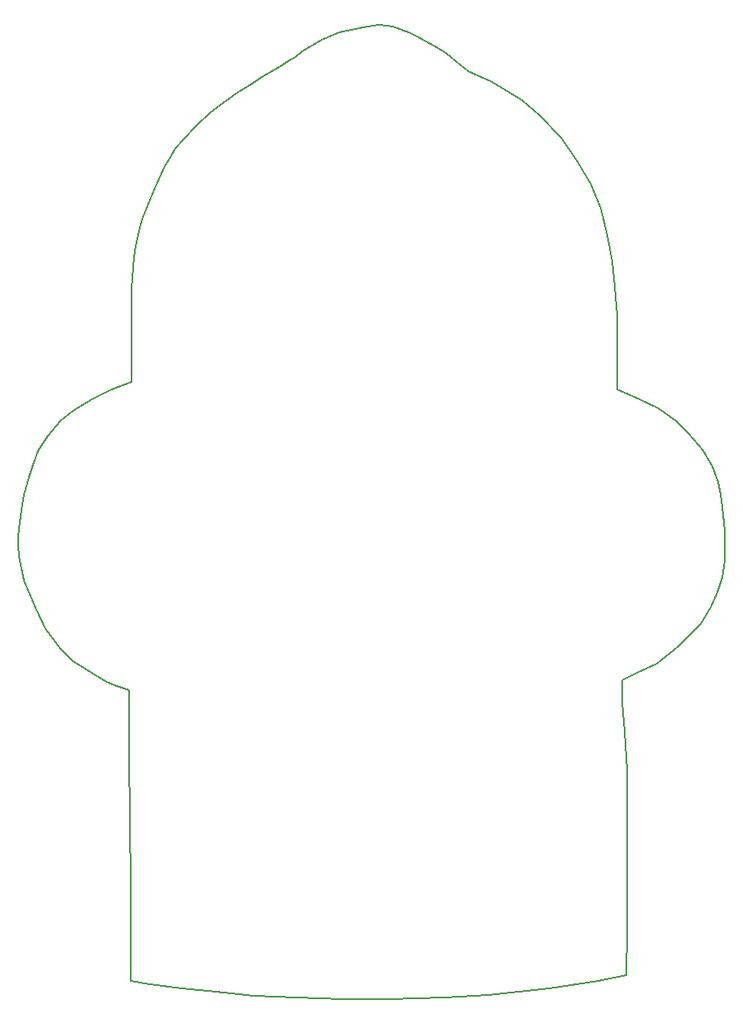
<source format=gm1>
G04 #@! TF.FileFunction,Profile,NP*
%FSLAX46Y46*%
G04 Gerber Fmt 4.6, Leading zero omitted, Abs format (unit mm)*
G04 Created by KiCad (PCBNEW 4.0.2+e4-6225~38~ubuntu16.04.1-stable) date Wed 15 Jun 2016 08:19:12 PM PDT*
%MOMM*%
G01*
G04 APERTURE LIST*
%ADD10C,0.100000*%
%ADD11C,0.150000*%
G04 APERTURE END LIST*
D10*
D11*
X58200000Y-99100000D02*
X58200000Y-99900000D01*
X58300000Y-101100000D02*
X58200000Y-99900000D01*
X58500000Y-102300000D02*
X58800000Y-103600000D01*
X66200000Y-113300000D02*
X67200000Y-113900000D01*
X129500000Y-92600000D02*
X129200000Y-91900000D01*
X129800000Y-93500000D02*
X130100000Y-94800000D01*
X102400000Y-50000000D02*
X101700000Y-49500000D01*
X70200000Y-69400000D02*
X70000000Y-70500000D01*
X70900000Y-66600000D02*
X70500000Y-67800000D01*
X80700000Y-53600000D02*
X80100000Y-54000000D01*
X97400000Y-47250000D02*
X98100000Y-47550000D01*
X96800000Y-47050000D02*
X97400000Y-47250000D01*
X96000000Y-46850000D02*
X96800000Y-47050000D01*
X86000000Y-50350000D02*
X86500000Y-50050000D01*
X77800000Y-55750000D02*
X78800000Y-54950000D01*
X73800000Y-60150000D02*
X74300000Y-59350000D01*
X73200000Y-61250000D02*
X73800000Y-60150000D01*
X69500000Y-114750000D02*
X68000000Y-114250000D01*
X69500000Y-116100000D02*
X69500000Y-114750000D01*
X69500000Y-121800000D02*
X69500000Y-116100000D01*
X69600000Y-127500000D02*
X69500000Y-121800000D01*
X69700000Y-135300000D02*
X69600000Y-127500000D01*
X69700000Y-140000000D02*
X69700000Y-135300000D01*
X120500000Y-139400000D02*
X120500000Y-133500000D01*
X120400000Y-143900000D02*
X120500000Y-139400000D01*
X117500000Y-144500000D02*
X120400000Y-143900000D01*
X112500000Y-145200000D02*
X117500000Y-144500000D01*
X106300000Y-145900000D02*
X112500000Y-145200000D01*
X106300000Y-145900000D02*
X101800000Y-146200000D01*
X69700000Y-144500000D02*
X69700000Y-140000000D01*
X71600000Y-144800000D02*
X69700000Y-144500000D01*
X74900000Y-145200000D02*
X71600000Y-144800000D01*
X78400000Y-145600000D02*
X74900000Y-145200000D01*
X82300000Y-146000000D02*
X78400000Y-145600000D01*
X86600000Y-146200000D02*
X82300000Y-146000000D01*
X91400000Y-146300000D02*
X86600000Y-146200000D01*
X93500000Y-47000000D02*
X91000000Y-47500000D01*
X95000000Y-46750000D02*
X93500000Y-47000000D01*
X96000000Y-46850000D02*
X95000000Y-46750000D01*
X99000000Y-47950000D02*
X98100000Y-47550000D01*
X100700000Y-48850000D02*
X99000000Y-47950000D01*
X101700000Y-49500000D02*
X100700000Y-48850000D01*
X103000000Y-50500000D02*
X102400000Y-50000000D01*
X104250000Y-51500000D02*
X103000000Y-50500000D01*
X105200000Y-51900000D02*
X104250000Y-51500000D01*
X106500000Y-52500000D02*
X105200000Y-51900000D01*
X108250000Y-53500000D02*
X106500000Y-52500000D01*
X109750000Y-54500000D02*
X108250000Y-53500000D01*
X111500000Y-56000000D02*
X109750000Y-54500000D01*
X113750000Y-58250000D02*
X111500000Y-56000000D01*
X115250000Y-60500000D02*
X113750000Y-58250000D01*
X116750000Y-63000000D02*
X115250000Y-60500000D01*
X117750000Y-65500000D02*
X116750000Y-63000000D01*
X118500000Y-68250000D02*
X117750000Y-65500000D01*
X119000000Y-71000000D02*
X118500000Y-68250000D01*
X119250000Y-73500000D02*
X119000000Y-71000000D01*
X119500000Y-76500000D02*
X119250000Y-73500000D01*
X119500000Y-80250000D02*
X119500000Y-76500000D01*
X119500000Y-84000000D02*
X119500000Y-80250000D01*
X121750000Y-85000000D02*
X119500000Y-84000000D01*
X123750000Y-86000000D02*
X121750000Y-85000000D01*
X125500000Y-87250000D02*
X123750000Y-86000000D01*
X126750000Y-88500000D02*
X125500000Y-87250000D01*
X128250000Y-90250000D02*
X126750000Y-88500000D01*
X129200000Y-91900000D02*
X128250000Y-90250000D01*
X129800000Y-93500000D02*
X129500000Y-92600000D01*
X130250000Y-96000000D02*
X130100000Y-94800000D01*
X130500000Y-98500000D02*
X130250000Y-96000000D01*
X130500000Y-100250000D02*
X130500000Y-98500000D01*
X130500000Y-101500000D02*
X130500000Y-100250000D01*
X130250000Y-103250000D02*
X130500000Y-101500000D01*
X129750000Y-104750000D02*
X130250000Y-103250000D01*
X129000000Y-106250000D02*
X129750000Y-104750000D01*
X128000000Y-108000000D02*
X129000000Y-106250000D01*
X125750000Y-110250000D02*
X128000000Y-108000000D01*
X123500000Y-112000000D02*
X125750000Y-110250000D01*
X121500000Y-113000000D02*
X123500000Y-112000000D01*
X120000000Y-113750000D02*
X121500000Y-113000000D01*
X120000000Y-116000000D02*
X120000000Y-113750000D01*
X120250000Y-119000000D02*
X120000000Y-116000000D01*
X120500000Y-123000000D02*
X120250000Y-119000000D01*
X120500000Y-128000000D02*
X120500000Y-123000000D01*
X120500000Y-133500000D02*
X120500000Y-128000000D01*
X96100000Y-146300000D02*
X101800000Y-146200000D01*
X91400000Y-146300000D02*
X96100000Y-146300000D01*
X67200000Y-113900000D02*
X68000000Y-114250000D01*
X65250000Y-112750000D02*
X66200000Y-113300000D01*
X63750000Y-111750000D02*
X65250000Y-112750000D01*
X62500000Y-110500000D02*
X63750000Y-111750000D01*
X61000000Y-108500000D02*
X62500000Y-110500000D01*
X60000000Y-106500000D02*
X61000000Y-108500000D01*
X59250000Y-104750000D02*
X60000000Y-106500000D01*
X58800000Y-103600000D02*
X59250000Y-104750000D01*
X58300000Y-101100000D02*
X58500000Y-102300000D01*
X58250000Y-98250000D02*
X58200000Y-99100000D01*
X58500000Y-96250000D02*
X58250000Y-98250000D01*
X58750000Y-94750000D02*
X58500000Y-96250000D01*
X59250000Y-93000000D02*
X58750000Y-94750000D01*
X59750000Y-91500000D02*
X59250000Y-93000000D01*
X60250000Y-90250000D02*
X59750000Y-91500000D01*
X61250000Y-88750000D02*
X60250000Y-90250000D01*
X62500000Y-87250000D02*
X61250000Y-88750000D01*
X63750000Y-86250000D02*
X62500000Y-87250000D01*
X65750000Y-85000000D02*
X63750000Y-86250000D01*
X67750000Y-84000000D02*
X65750000Y-85000000D01*
X69750000Y-83250000D02*
X67750000Y-84000000D01*
X69750000Y-82750000D02*
X69750000Y-83250000D01*
X69750000Y-79500000D02*
X69750000Y-82750000D01*
X69750000Y-76500000D02*
X69750000Y-79500000D01*
X69750000Y-73750000D02*
X69750000Y-76500000D01*
X70000000Y-70500000D02*
X69750000Y-73750000D01*
X70500000Y-67800000D02*
X70200000Y-69400000D01*
X71250000Y-65750000D02*
X70900000Y-66600000D01*
X72250000Y-63250000D02*
X71250000Y-65750000D01*
X73200000Y-61250000D02*
X72250000Y-63250000D01*
X75000000Y-58500000D02*
X74300000Y-59350000D01*
X76500000Y-57000000D02*
X75000000Y-58500000D01*
X77800000Y-55750000D02*
X76500000Y-57000000D01*
X80100000Y-54000000D02*
X78800000Y-54950000D01*
X81750000Y-53000000D02*
X80700000Y-53600000D01*
X83250000Y-52000000D02*
X81750000Y-53000000D01*
X85000000Y-51000000D02*
X83250000Y-52000000D01*
X86000000Y-50350000D02*
X85000000Y-51000000D01*
X87250000Y-49500000D02*
X86500000Y-50050000D01*
X89250000Y-48250000D02*
X87250000Y-49500000D01*
X91000000Y-47500000D02*
X89250000Y-48250000D01*
M02*

</source>
